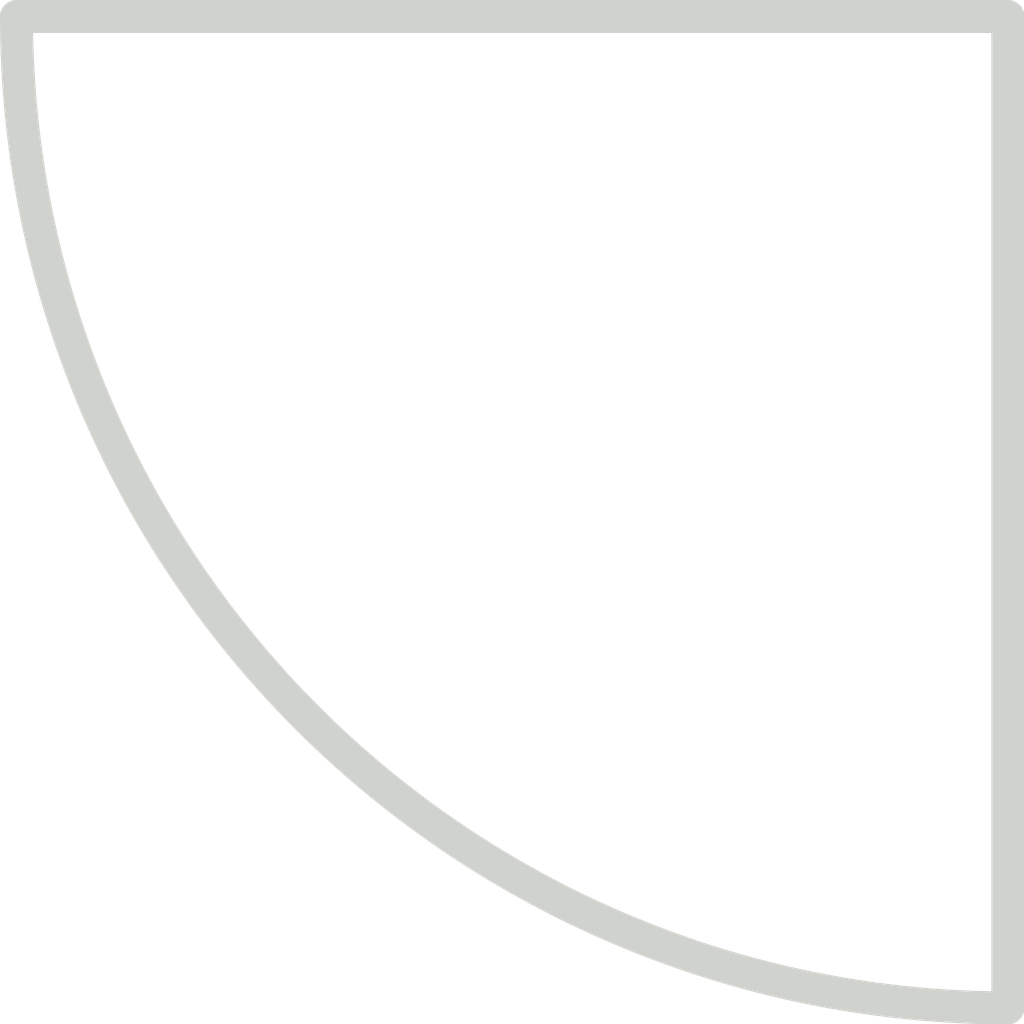
<source format=kicad_pcb>
(kicad_pcb (version 20221018) (generator pcbnew)

  (general
    (thickness 1.6)
  )

  (paper "A4")
  (layers
    (0 "F.Cu" signal)
    (31 "B.Cu" signal)
    (32 "B.Adhes" user "B.Adhesive")
    (33 "F.Adhes" user "F.Adhesive")
    (34 "B.Paste" user)
    (35 "F.Paste" user)
    (36 "B.SilkS" user "B.Silkscreen")
    (37 "F.SilkS" user "F.Silkscreen")
    (38 "B.Mask" user)
    (39 "F.Mask" user)
    (40 "Dwgs.User" user "User.Drawings")
    (41 "Cmts.User" user "User.Comments")
    (42 "Eco1.User" user "User.Eco1")
    (43 "Eco2.User" user "User.Eco2")
    (44 "Edge.Cuts" user)
    (45 "Margin" user)
    (46 "B.CrtYd" user "B.Courtyard")
    (47 "F.CrtYd" user "F.Courtyard")
    (48 "B.Fab" user)
    (49 "F.Fab" user)
    (50 "User.1" user)
    (51 "User.2" user)
    (52 "User.3" user)
    (53 "User.4" user)
    (54 "User.5" user)
    (55 "User.6" user)
    (56 "User.7" user)
    (57 "User.8" user)
    (58 "User.9" user)
  )

  (setup
    (pad_to_mask_clearance 0)
    (grid_origin 18 -0.5)
    (pcbplotparams
      (layerselection 0x00010fc_ffffffff)
      (plot_on_all_layers_selection 0x0000000_00000000)
      (disableapertmacros false)
      (usegerberextensions false)
      (usegerberattributes true)
      (usegerberadvancedattributes true)
      (creategerberjobfile true)
      (dashed_line_dash_ratio 12.000000)
      (dashed_line_gap_ratio 3.000000)
      (svgprecision 4)
      (plotframeref false)
      (viasonmask false)
      (mode 1)
      (useauxorigin false)
      (hpglpennumber 1)
      (hpglpenspeed 20)
      (hpglpendiameter 15.000000)
      (dxfpolygonmode true)
      (dxfimperialunits true)
      (dxfusepcbnewfont true)
      (psnegative false)
      (psa4output false)
      (plotreference true)
      (plotvalue true)
      (plotinvisibletext false)
      (sketchpadsonfab false)
      (subtractmaskfromsilk false)
      (outputformat 1)
      (mirror false)
      (drillshape 1)
      (scaleselection 1)
      (outputdirectory "")
    )
  )

  (net 0 "")

  (gr_arc (start 0 30) (mid -21.213203 21.213203) (end -30 0)
    (stroke (width 1) (type default)) (layer "Edge.Cuts") (tstamp 08efd98c-8bf8-41cd-bfd1-8382d3cb15a4))
  (gr_line (start 0 0) (end -30 0)
    (stroke (width 1) (type default)) (layer "Edge.Cuts") (tstamp a8441526-c34c-4eb5-acdb-ee33ccc8a530))
  (gr_line (start 0 30) (end 0 0)
    (stroke (width 1) (type default)) (layer "Edge.Cuts") (tstamp cfae6dea-1326-4960-b07f-717822c38bb0))

)

</source>
